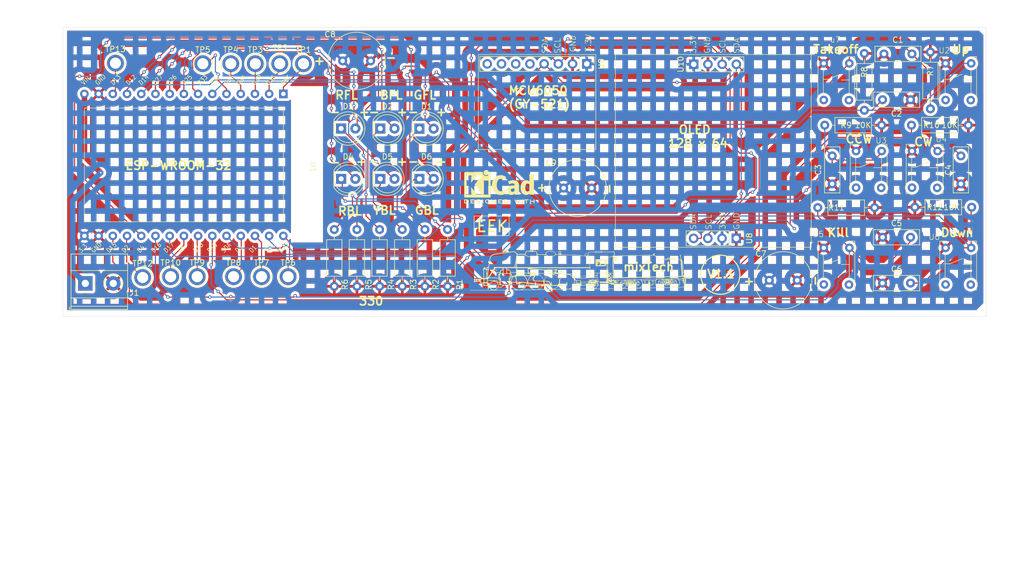
<source format=kicad_pcb>
(kicad_pcb (version 20240108) (generator "pcbnew") (generator_version "8.0")
  (title_block (title "${title}") (date "2024-03-10") (rev "${version}") (company "${compagny}") (comment 1 "${author}"))
  (layers (0 "F.Cu" signal) (31 "B.Cu" signal) (34 "B.Paste" user) (35 "F.Paste" user) (36 "B.SilkS" user "B.Silkscreen") (37 "F.SilkS" user "F.Silkscreen") (38 "B.Mask" user) (39 "F.Mask" user) (44 "Edge.Cuts" user))
  (property "author" "Philippe Mixte")
  (property "compagny" "mixTech")
  (property "title" "PCB EEK for ESP32-WROOM-32")
  (property "version" "V1.1")
  (net 0 "")
  (net 1 "/GFL")
  (net 2 "/BFL")
  (net 3 "/RFL")
  (net 4 "/RBR")
  (net 5 "/YBR")
  (net 6 "/GBL")
  (net 7 "Net-(U1-EN_RESET)")
  (net 8 "Net-(U1-GPIO36_ADC0)")
  (net 9 "Net-(U1-GPIO39_ADC3)")
  (net 10 "Net-(U1-GPIO34_ADC6)")
  (net 11 "Net-(U1-GPIO35_ADC7)")
  (net 12 "Net-(U1-GPIO23_VSPI_MOSI)")
  (net 13 "Net-(U1-GPIO1_TX0)")
  (net 14 "Net-(U1-GPIO3_TX0)")
  (net 15 "Net-(U1-GPIO18_VSPI_SCK)")
  (net 16 "Net-(U1-GPIO5_VSPI_SS)")
  (net 17 "Net-(U1-ADC12_GPIO2)")
  (net 18 "Net-(U1-TOUCH4_GPIO13_ADC14)")
  (net 19 "/CCw")
  (net 20 "/Up")
  (net 21 "/Takeoff")
  (net 22 "/Down")
  (net 23 "/CW")
  (net 24 "/Kill")
  (net 25 "/3.3V")
  (net 42 "Net-(D1-K)")
  (net 43 "Net-(D2-K)")
  (net 44 "Net-(D3-K)")
  (net 45 "Net-(D4-K)")
  (net 46 "Net-(D5-K)")
  (net 47 "Net-(D6-K)")
  (net 48 "GND")
  (net 49 "/SCL")
  (net 50 "/SDA")
  (net 51 "Net-(J1-Pin_1)")
  (footprint "PH_lib:SW_Tactile" (layer "F.Cu") (at 199.3448 93.8004)
    (property "Reference" "U4")
    (property "Value" "~")
  )
  (footprint "Resistor_THT:R_Axial_DIN0207_L6.3mm_D2.5mm_P10.16mm_Horizontal" (layer "F.Cu") (at 111.25 112.92 -90)
    (property "Reference" "R1")
    (property "Value" "330")
  )
  (footprint "TestPoint:TestPoint_Plated_Hole_D2.0mm" (layer "F.Cu") (at 82.75 121.3541)
    (property "Reference" "TP6")
    (property "Value" "TestPoint" (hide yes))
  )
  (footprint "PH_lib:LOGO mixTech" (layer "F.Cu") (at 135 119.75)
    (property "Reference" "G***" (hide yes))
    (property "Value" "LOGO" (hide yes))
  )
  (footprint "Resistor_THT:R_Axial_DIN0207_L6.3mm_D2.5mm_P10.16mm_Horizontal" (layer "F.Cu") (at 204.93 108.925 180)
    (property "Reference" "R12")
    (property "Value" "10K")
  )
  (footprint "TestPoint:TestPoint_Plated_Hole_D2.0mm" (layer "F.Cu") (at 72.5 83.25)
    (property "Reference" "TP4")
    (property "Value" "TestPoint" (hide yes))
  )
  (footprint "Symbol:KiCad-Logo2_5mm_SilkScreen" (layer "F.Cu") (at 120.5 105.25)
    (property "Reference" "REF**" (hide yes))
    (property "Value" "KiCad-Logo2_5mm_SilkScreen" (hide yes))
  )
  (footprint "LED_THT:LED_D5.0mm" (layer "F.Cu") (at 106.225 103.8541)
    (property "Reference" "D6")
    (property "Value" "LED")
  )
  (footprint "TestPoint:TestPoint_Plated_Hole_D2.0mm" (layer "F.Cu") (at 73 121.3541)
    (property "Reference" "TP8")
    (property "Value" "TestPoint" (hide yes))
  )
  (footprint "Capacitor_THT:C_Disc_D8.0mm_W2.5mm_P5.00mm" (layer "F.Cu") (at 194 89.7 180)
    (property "Reference" "C2")
    (property "Value" "0.1uF")
  )
  (footprint "Resistor_THT:R_Axial_DIN0207_L6.3mm_D2.5mm_P10.16mm_Horizontal" (layer "F.Cu") (at 103.15 112.92 -90)
    (property "Reference" "R3")
    (property "Value" "330")
  )
  (footprint "Capacitor_THT:C_Disc_D8.0mm_W2.5mm_P5.00mm" (layer "F.Cu") (at 189 114.3)
    (property "Reference" "C5")
    (property "Value" "0.1uf")
  )
  (footprint "Capacitor_THT:C_Radial_D10.0mm_H12.5mm_P5.00mm" (layer "F.Cu") (at 132 105.5)
    (property "Reference" "C9")
    (property "Value" "C")
  )
  (footprint "Capacitor_THT:C_Radial_D10.0mm_H12.5mm_P5.00mm" (layer "F.Cu") (at 92.5 82.75)
    (property "Reference" "C8")
    (property "Value" "C")
  )
  (footprint "LED_THT:LED_D5.0mm" (layer "F.Cu") (at 99.225 103.8541)
    (property "Reference" "D5")
    (property "Value" "LED" (hide yes))
  )
  (footprint "Resistor_THT:R_Axial_DIN0207_L6.3mm_D2.5mm_P10.16mm_Horizontal" (layer "F.Cu") (at 178.67 94.25)
    (property "Reference" "R9")
    (property "Value" "10K")
  )
  (footprint "TestPoint:TestPoint_Plated_Hole_D2.0mm" (layer "F.Cu") (at 78 121.3541)
    (property "Reference" "TP7")
    (property "Value" "TestPoint" (hide yes))
  )
  (footprint "PH_lib:ESP-WROOM_32" (layer "F.Cu") (at 86.9775 96.2741 -90)
    (property "Reference" "U1")
    (property "Value" "~" (hide yes))
  )
  (footprint "Connector_PinHeader_2.54mm:PinHeader_1x04_P2.54mm_Vertical" (layer "F.Cu") (at 155.25 83.3541 90)
    (property "Reference" "U10")
    (property "Value" "~" (hide yes))
  )
  (footprint "LED_THT:LED_D5.0mm" (layer "F.Cu") (at 99.225 94.8541)
    (property "Reference" "D2")
    (property "Value" "LED")
  )
  (footprint "TestPoint:TestPoint_Plated_Hole_D2.0mm" (layer "F.Cu") (at 51.8825 83.1541)
    (property "Reference" "TP13")
    (property "Value" "TestPoint" (hide yes))
  )
  (footprint "LED_THT:LED_D5.0mm" (layer "F.Cu") (at 106.225 94.875)
    (property "Reference" "D1")
    (property "Value" "LED")
  )
  (footprint "LED_THT:LED_D5.0mm" (layer "F.Cu") (at 92.225 94.85)
    (property "Reference" "D3")
    (property "Value" "LED")
  )
  (footprint "TestPoint:TestPoint_Plated_Hole_D2.0mm" (layer "F.Cu") (at 85.5 83.25)
    (property "Reference" "TP1")
    (property "Value" "TestPoint" (hide yes))
  )
  (footprint "TestPoint:TestPoint_Plated_Hole_D2.0mm" (layer "F.Cu") (at 61.75 121.3541)
    (property "Reference" "TP10")
    (property "Value" "TestPoint" (hide yes))
  )
  (footprint "Capacitor_THT:C_Disc_D8.0mm_W2.5mm_P5.00mm" (layer "F.Cu") (at 203 104.75 90)
    (property "Reference" "C4")
    (property "Value" "0.1uf")
  )
  (footprint "PH_lib:SW_Tactile" (layer "F.Cu") (at 205.3448 78.1127)
    (property "Reference" "U2")
    (property "Value" "~")
  )
  (footprint "Capacitor_THT:C_Disc_D8.0mm_W2.5mm_P5.00mm" (layer "F.Cu") (at 180 104.75 90)
    (property "Reference" "C3")
    (property "Value" "0.1uF")
  )
  (footprint "LED_THT:LED_D5.0mm" (layer "F.Cu") (at 92.225 103.8541)
    (property "Reference" "D4")
    (property "Value" "LED")
  )
  (footprint "Resistor_THT:R_Axial_DIN0207_L6.3mm_D2.5mm_P10.16mm_Horizontal" (layer "F.Cu") (at 197.55 91.33 90)
    (property "Reference" "R7")
    (property "Value" "10K")
  )
  (footprint "Resistor_THT:R_Axial_DIN0207_L6.3mm_D2.5mm_P10.16mm_Horizontal" (layer "F.Cu") (at 185.75 91.58 90)
    (property "Reference" "R8")
    (property "Value" "10K")
  )
  (footprint "TerminalBlock_Phoenix:TerminalBlock_Phoenix_MKDS-1,5-2_1x02_P5.00mm_Horizontal" (layer "F.Cu") (at 46.5 122.555)
    (property "Reference" "J1")
    (property "Value" "Screw_Terminal_01x02" (hide yes))
  )
  (footprint "PH_lib:SW_Tactile" (layer "F.Cu") (at 205.3448 111.1168)
    (property "Reference" "U6")
    (property "Value" "~")
  )
  (footprint "Capacitor_THT:C_Radial_D10.0mm_H12.5mm_P5.00mm" (layer "F.Cu") (at 168.75 122)
    (property "Reference" "C7")
    (property "Value" "C")
  )
  (footprint "PH_lib:SW_Tactile" (layer "F.Cu") (at 189.3448 93.8004)
    (property "Reference" "U3")
    (property "Value" "~")
  )
  (footprint "TestPoint:TestPoint_Plated_Hole_D2.0mm" (layer "F.Cu") (at 81.25 83.25)
    (property "Reference" "TP2")
    (property "Value" "TestPoint" (hide yes))
  )
  (footprint "Connector_PinHeader_2.54mm:PinHeader_1x08_P2.54mm_Vertical" (layer "F.Cu") (at 136.13 83.284118 -90)
    (property "Reference" "U9")
    (property "Value" "~")
  )
  (footprint "TestPoint:TestPoint_Plated_Hole_D2.0mm" (layer "F.Cu") (at 67.5 83.25)
    (property "Reference" "TP5")
    (property "Value" "TestPoint" (hide yes))
  )
  (footprint "Capacitor_THT:C_Disc_D8.0mm_W2.5mm_P5.00mm" (layer "F.Cu") (at 189.25 81.5)
    (property "Reference" "C1")
    (property "Value" "0.1uf")
  )
  (footprint "Resistor_THT:R_Axial_DIN0207_L6.3mm_D2.5mm_P10.16mm_Horizontal" (layer "F.Cu") (at 99.1 112.92 -90)
    (property "Reference" "R4")
    (property "Value" "330")
  )
  (footprint "Resistor_THT:R_Axial_DIN0207_L6.3mm_D2.5mm_P10.16mm_Horizontal" (layer "F.Cu") (at 194.17 94.25)
    (property "Reference" "R10")
    (property "Value" "10K")
  )
  (footprint "Resistor_THT:R_Axial_DIN0207_L6.3mm_D2.5mm_P10.16mm_Horizontal" (layer "F.Cu") (at 107.2 112.92 -90)
    (property "Reference" "R2")
    (property "Value" "330")
  )
  (footprint "TestPoint:TestPoint_Plated_Hole_D2.0mm" (layer "F.Cu") (at 66.5 121.3541)
    (property "Reference" "TP9")
    (property "Value" "TestPoint" (hide yes))
  )
  (footprint "Capacitor_THT:C_Disc_D8.0mm_W2.5mm_P5.00mm" (layer "F.Cu") (at 189 122.5)
    (property "Reference" "C6")
    (property "Value" "0.1uf")
  )
  (footprint "Resistor_THT:R_Axial_DIN0207_L6.3mm_D2.5mm_P10.16mm_Horizontal" (layer "F.Cu") (at 95.05 112.92 -90)
    (property "Reference" "R5")
    (property "Value" "330")
  )
  (footprint "TestPoint:TestPoint_Plated_Hole_D2.0mm" (layer "F.Cu") (at 56.75 121.5)
    (property "Reference" "TP12")
    (property "Value" "TestPoint" (hide yes))
  )
  (footprint "Resistor_THT:R_Axial_DIN0207_L6.3mm_D2.5mm_P10.16mm_Horizontal" (layer "F.Cu") (at 177.42 109)
    (property "Reference" "R11")
    (property "Value" "10K")
  )
  (footprint "PH_lib:SW_Tactile" (layer "F.Cu") (at 183.5698 78.1127)
    (property "Reference" "u7")
    (property "Value" "~")
  )
  (footprint "Resistor_THT:R_Axial_DIN0207_L6.3mm_D2.5mm_P10.16mm_Horizontal" (layer "F.Cu") (at 91 112.92 -90)
    (property "Reference" "R6")
    (property "Value" "330")
  )
  (footprint "PH_lib:SW_Tactile" (layer "F.Cu") (at 183.58 111.1168)
    (property "Reference" "U5")
    (property "Value" "~")
  )
  (footprint "TestPoint:TestPoint_Plated_Hole_D2.0mm" (layer "F.Cu") (at 76.8825 83.25)
    (property "Reference" "TP3")
    (property "Value" "TestPoint" (hide yes))
  )
  (footprint "Connector_PinHeader_2.54mm:PinHeader_1x04_P2.54mm_Vertical" (layer "F.Cu") (at 162.85 114.5 -90)
    (property "Reference" "U8")
    (property "Value" "~")
  )
  (gr_line (start 122.25 110.75) (end 122.25 110.5) (stroke (width 0.1)) (layer "F.SilkS"))
  (gr_rect (start 141.25 81.6041) (end 176.25 116.1041) (stroke (width 0.1)) (fill none) (layer "F.SilkS"))
  (gr_line (start 116 113.75) (end 116 114) (stroke (width 0.1)) (layer "F.SilkS"))
  (gr_rect (start 116.75 81.6041) (end 137.75 98.6041) (stroke (width 0.1)) (fill none) (layer "F.SilkS"))
  (gr_circle (center 160 121) (end 163.5 121) (stroke (width 0.2)) (fill none) (layer "F.SilkS"))
  (gr_line (start 116 110.5) (end 122.25 110.5) (stroke (width 0.1)) (layer "F.SilkS"))
  (gr_line (start 122.25 110.75) (end 122.25 114) (stroke (width 0.1)) (layer "F.SilkS"))
  (gr_line (start 122.25 114) (end 116 114) (stroke (width 0.1)) (layer "F.SilkS"))
  (gr_line (start 116 113.75) (end 116 110.5) (stroke (width 0.1)) (layer "F.SilkS"))
  (gr_rect (start 42.5 76.75) (end 207.5 128.5) (stroke (width 0.05)) (fill none) (layer "Edge.Cuts"))
  (gr_text "SCL" (at 131.5 81.5 90) (layer "F.SilkS") (effects (font (size 1 1) (thickness 0.1)) (justify left bottom)))
  (gr_text "D33" (at 67 87.25 45) (layer "F.SilkS") (effects (font (size 0.8 0.7) (thickness 0.1)) (justify left bottom)))
  (gr_text "-" (at 97 101.6041 0) (layer "F.SilkS") (effects (font (size 1.5 1.5) (thickness 0.3) (bold yes)) (justify left bottom)))
  (gr_text "BFL" (at 99 89.75 0) (layer "F.SilkS") (effects (font (size 1.5 1.5) (thickness 0.3) (bold yes)) (justify left bottom)))
  (gr_text "Down" (at 199.25 114.3541 0) (layer "F.SilkS") (effects (font (size 1.5 1.5) (thickness 0.3) (bold yes)) (justify left bottom)))
  (gr_text "mixTech" (at 142.5 120.5 0) (layer "F.SilkS") (effects (font (size 1.5 1.5) (thickness 0.3) (bold yes)) (justify left bottom)))
  (gr_text "CCW" (at 182.25 97.6 0) (layer "F.SilkS") (effects (font (size 1.5 1.5) (thickness 0.3) (bold yes)) (justify left bottom)))
  (gr_text "SDA" (at 71.25 117.25 45) (layer "F.SilkS") (effects (font (size 0.8 0.7) (thickness 0.1)) (justify left bottom)))
  (gr_text "D34" (at 74 87.25 45) (layer "F.SilkS") (effects (font (size 0.8 0.7) (thickness 0.1)) (justify left bottom)))
  (gr_text "GBL" (at 105.25 110.3541 0) (layer "F.SilkS") (effects (font (size 1.5 1.5) (thickness 0.3) (bold yes)) (justify left bottom)))
  (gr_text "D39" (at 76.75 87.25 45) (layer "F.SilkS") (effects (font (size 0.8 0.7) (thickness 0.1)) (justify left bottom)))
  (gr_text "+" (at 109 101.6041 0) (layer "F.SilkS") (effects (font (size 1.5 1.5) (thickness 0.3) (bold yes)) (justify left bottom)))
  (gr_text "D18" (at 66.25 117.25 45) (layer "F.SilkS") (effects (font (size 0.8 0.7) (thickness 0.1)) (justify left bottom)))
  (gr_text "+" (at 102 92.75 0) (layer "F.SilkS") (effects (font (size 1.5 1.5) (thickness 0.3) (bold yes)) (justify left bottom)))
  (gr_text "GND" (at 163.5 113 90) (layer "F.SilkS") (effects (font (size 1 1) (thickness 0.1)) (justify left bottom)))
  (gr_text "D25" (at 64.25 87.25 45) (layer "F.SilkS") (effects (font (size 0.8 0.7) (thickness 0.1)) (justify left bottom)))
  (gr_text "D12" (at 54.25 87.25 45) (layer "F.SilkS") (effects (font (size 0.8 0.7) (thickness 0.1)) (justify left bottom)))
  (gr_text "D13" (at 51.5 87.25 45) (layer "F.SilkS") (effects (font (size 0.8 0.7) (thickness 0.1)) (justify left bottom)))
  (gr_text "SCL" (at 158.5 113 90) (layer "F.SilkS") (effects (font (size 1 1) (thickness 0.1)) (justify left bottom)))
  (gr_text "D5" (at 63.5 117.25 45) (layer "F.SilkS") (effects (font (size 0.8 0.7) (thickness 0.1)) (justify left bottom)))
  (gr_text "GND" (at 48 117.25 45) (layer "F.SilkS") (effects (font (size 0.8 0.7) (thickness 0.1)) (justify left bottom)))
  (gr_text "D2" (at 53.5 117.25 45) (layer "F.SilkS") (effects (font (size 0.8 0.7) (thickness 0.1)) (justify left bottom)))
  (gr_text "+" (at 166.25 123 0) (layer "F.SilkS") (effects (font (size 1.5 1.5) (thickness 0.3) (bold yes)) (justify left bottom mirror)))
  (gr_text "3.3V" (at 155.75 81.5 90) (layer "F.SilkS") (effects (font (size 1 1) (thickness 0.1)) (justify left bottom)))
  (gr_text "D14" (at 56.5 87.25 45) (layer "F.SilkS") (effects (font (size 0.8 0.7) (thickness 0.1)) (justify left bottom)))
  (gr_text "RBL" (at 91.5 110.5 0) (layer "F.SilkS") (effects (font (size 1.5 1.5) (thickness 0.3) (bold yes)) (justify left bottom)))
  (gr_text "MCU6050\n(GY-521)" (at 122 91.3541 0) (layer "F.SilkS") (effects (font (size 1.5 1.5) (thickness 0.3) (bold yes)) (justify left bottom)))
  (gr_text "3.3" (at 45.75 117.25 45) (layer "F.SilkS") (effects (font (size 0.8 0.7) (thickness 0.1)) (justify left bottom)))
  (gr_text "3.3V" (at 137 81.25 90) (layer "F.SilkS") (effects (font (size 1 1) (thickness 0.1)) (justify left bottom)))
  (gr_text "-" (at 90 101.75 0) (layer "F.SilkS") (effects (font (size 1.5 1.5) (thickness 0.3) (bold yes)) (justify left bottom)))
  (gr_text "+" (at 102 101.6041 0) (layer "F.SilkS") (effects (font (size 1.5 1.5) (thickness 0.3) (bold yes)) (justify left bottom)))
  (gr_text "+" (at 94.75 101.6041 0) (layer "F.SilkS") (effects (font (size 1.5 1.5) (thickness 0.3) (bold yes)) (justify left bottom)))
  (gr_text "D15" (at 50.75 117.25 45) (layer "F.SilkS") (effects (font (size 0.8 0.7) (thickness 0.1)) (justify left bottom)))
  (gr_text "D32" (at 69.25 87.25 45) (layer "F.SilkS") (effects (font (size 0.8 0.7) (thickness 0.1)) (justify left bottom)))
  (gr_text "-" (at 141 104.5 90) (layer "F.SilkS") (effects (font (size 1.5 1.5) (thickness 0.3) (bold yes)) (justify left bottom mirror)))
  (gr_text "${version}" (at 157.5 121.75 0) (layer "F.SilkS") (effects (font (size 1.5 1.5) (thickness 0.3) (bold yes)) (justify left bottom)))
  (gr_text "SDA" (at 129.25 81.5 90) (layer "F.SilkS") (effects (font (size 1 1) (thickness 0.1)) (justify left bottom)))
  (gr_text "GND" (at 134.25 81.25 90) (layer "F.SilkS") (effects (font (size 1 1) (thickness 0.1)) (justify left bottom)))
  (gr_text "+" (at 95.25 92.75 0) (layer "F.SilkS") (effects (font (size 1.5 1.5) (thickness 0.3) (bold yes)) (justify left bottom)))
  (gr_text "D35" (at 71.75 87.25 45) (layer "F.SilkS") (effects (font (size 0.8 0.7) (thickness 0.1)) (justify left bottom)))
  (gr_text "D23" (at 81.5 117.25 45) (layer "F.SilkS") (effects (font (size 0.8 0.7) (thickness 0.1)) (justify left bottom)))
  (gr_text "ESP-WROOM-32" (at 53.5 102.3541 0) (layer "F.SilkS") (effects (font (size 1.5 1.5) (thickness 0.3) (bold yes)) (justify left bottom)))
  (gr_text "\n\n" (at 146.5 121.6041 0) (layer "F.SilkS") (effects (font (size 1.5 1.5) (thickness 0.3) (bold yes)) (justify left bottom)))
  (gr_text "3.3V" (at 161 113 90) (layer "F.SilkS") (effects (font (size 1 1) (thickness 0.1)) (justify left bottom)))
  (gr_text "Up" (at 201.325 81.55 0) (layer "F.SilkS") (effects (font (size 1.5 1.5) (thickness 0.3) (bold yes)) (justify left bottom)))
  (gr_text "-" (at 97 92.75 0) (layer "F.SilkS") (effects (font (size 1.5 1.5) (thickness 0.3) (bold yes)) (justify left bottom)))
  (gr_text "OLED \n128 x 64" (at 156 98.3541 0) (layer "F.SilkS") (effects (font (size 1.5 1.5) (thickness 0.3) (bold yes)) (justify bottom)))
  (gr_text "-" (at 102.25 83 0) (layer "F.SilkS") (effects (font (size 1.5 1.5) (thickness 0.3) (bold yes)) (justify left bottom mirror)))
  (gr_text "SDA" (at 163.5 81.5 90) (layer "F.SilkS") (effects (font (size 1 1) (thickness 0.1)) (justify left bottom)))
  (gr_text "D16" (at 58.75 117.25 45) (layer "F.SilkS") (effects (font (size 0.8 0.7) (thickness 0.1)) (justify left bottom)))
  (gr_text "-" (at 104 92.75 0) (layer "F.SilkS") (effects (font (size 1.5 1.5) (thickness 0.3) (bold yes)) (justify left bottom)))
  (gr_text "GND" (at 158.25 81.5 90) (layer "F.SilkS") (effects (font (size 1 1) (thickness 0.1)) (justify left bottom)))
  (gr_text "D17" (at 61 117.25 45) (layer "F.SilkS") (effects (font (size 0.8 0.7) (thickness 0.1)) (justify left bottom)))
  (gr_text "SDA" (at 155.75 113 90) (layer "F.SilkS") (effects (font (size 1 1) (thickness 0.1)) (justify left bottom)))
  (gr_text "D27" (at 59 87.25 45) (layer "F.SilkS") (effects (font (size 0.8 0.7) (thickness 0.1)) (justify left bottom)))
  (gr_text "VIN" (at 46.25 87.25 45) (layer "F.SilkS") (effects (font (size 0.8 0.7) (thickness 0.1)) (justify left bottom)))
  (gr_text "RST" (at 82 87.25 45) (layer "F.SilkS") (effects (font (size 0.8 0.7) (thickness 0.1)) (justify left bottom)))
  (gr_text "GND" (at 48.75 87.25 45) (layer "F.SilkS") (effects (font (size 0.8 0.7) (thickness 0.1)) (justify left bottom)))
  (gr_text "EEK " (at 116.25 113.5 0) (layer "F.SilkS") (effects (font (size 2 2) (thickness 0.3)) (justify left bottom)))
  (gr_text "D19" (at 68.75 117.25 45) (layer "F.SilkS") (effects (font (size 0.8 0.7) (thickness 0.1)) (justify left bottom)))
  (gr_text "GFL" (at 105 89.75 0) (layer "F.SilkS") (effects (font (size 1.5 1.5) (thickness 0.3) (bold yes)) (justify left bottom)))
  (gr_text "D4" (at 56.25 117.25 45) (layer "F.SilkS") (effects (font (size 0.8 0.7) (thickness 0.1)) (justify left bottom)))
  (gr_text "D3" (at 73.75 117.25 45) (layer "F.SilkS") (effects (font (size 0.8 0.7) (thickness 0.1)) (justify left bottom)))
  (gr_text "D26" (at 61.5 87.25 45) (layer "F.SilkS") (effects (font (size 0.8 0.7) (thickness 0.1)) (justify left bottom)))
  (gr_text "-" (at 90 92.75 0) (layer "F.SilkS") (effects (font (size 1.5 1.5) (thickness 0.3) (bold yes)) (justify left bottom)))
  (gr_text "+" (at 129.25 106.25 0) (layer "F.SilkS") (effects (font (size 1.5 1.5) (thickness 0.3) (bold yes)) (justify left bottom mirror)))
  (gr_text "-" (at 104 101.6041 0) (layer "F.SilkS") (effects (font (size 1.5 1.5) (thickness 0.3) (bold yes)) (justify left bottom)))
  (gr_text "SCL" (at 161 81.5 90) (layer "F.SilkS") (effects (font (size 1 1) (thickness 0.1)) (justify left bottom)))
  (gr_text "330" (at 95.25 126.6041 0) (layer "F.SilkS") (effects (font (size 1.5 1.5) (thickness 0.3) (bold yes)) (justify left bottom)))
  (gr_text "D1" (at 76.25 117.25 45) (layer "F.SilkS") (effects (font (size 0.8 0.7) (thickness 0.1)) (justify left bottom)))
  (gr_text "RFL" (at 91 89.75 0) (layer "F.SilkS") (effects (font (size 1.5 1.5) (thickness 0.3) (bold yes)) (justify left bottom)))
  (gr_text "D36" (at 79.25 87.25 45) (layer "F.SilkS") (effects (font (size 0.8 0.7) (thickness 0.1)) (justify left bottom)))
  (gr_text "+" (at 89.475 83.575 0) (layer "F.SilkS") (effects (font (size 1.5 1.5) (thickness 0.3) (bold yes)) (justify left bottom mirror)))
  (gr_text "SCL" (at 79 117.25 45) (layer "F.SilkS") (effects (font (size 0.8 0.7) (thickness 0.1)) (justify left bottom)))
  (gr_text "YBL" (at 97.75 110.3541 0) (layer "F.SilkS") (effects (font (size 1.5 1.5) (thickness 0.3) (bold yes)) (justify left bottom)))
  (gr_text "CW" (at 194.5 98.1041 0) (layer "F.SilkS") (effects (font (size 1.5 1.5) (thickness 0.3) (bold yes)) (justify left bottom)))
  (gr_text "Kill" (at 179 114.3541 0) (layer "F.SilkS") (effects (font (size 1.5 1.5) (thickness 0.3) (bold yes)) (justify left bottom)))
  (gr_text "+" (at 109 92.75 0) (layer "F.SilkS") (effects (font (size 1.5 1.5) (thickness 0.3) (bold yes)) (justify left bottom)))
  (gr_text "-" (at 177.75 120.950857 90) (layer "F.SilkS") (effects (font (size 1.5 1.5) (thickness 0.3) (bold yes)) (justify left bottom mirror)))
  (gr_text "Takeoff" (at 176.425 81.55 0) (layer "F.SilkS") (effects (font (size 1.5 1.5) (thickness 0.3) (bold yes)) (justify left bottom)))
  (segment (start 103.523529 83.925) (end 103.748529 83.7) (width 0.2) (layer "F.Cu") (net 1))
  (segment (start 103.748529 83.7) (end 106 83.7) (width 0.2) (layer "F.Cu") (net 1))
  (segment (start 89.9 83.375) (end 89.9 84.925) (width 0.2) (layer "F.Cu") (net 1))
  (segment (start 67.554415 80.65) (end 72.75 80.65) (width 0.2) (layer "F.Cu") (net 1))
  (segment (start 106 83.7) (end 107.275 84.975) (width 0.2) (layer "F.Cu") (net 1))
  (segment (start 85.920585 81.125) (end 86.570585 81.775) (width 0.2) (layer "F.Cu") (net 1))
  (segment (start 107.225 92.3) (end 107.225 93.335) (width 0.2) (layer "F.Cu") (net 1))
  (segment (start 72.75 80.65) (end 78.075 80.65) (width 0.2) (layer "F.Cu") (net 1))
  (segment (start 78.075 80.65) (end 78.55 81.125) (width 0.2) (layer "F.Cu") (net 1))
  (segment (start 88.3 81.775) (end 89.9 83.375) (width 0.2) (layer "F.Cu") (net 1))
  (segment (start 78.55 81.125) (end 85.920585 81.125) (width 0.2) (layer "F.Cu") (net 1))
  (segment (start 65.7 82.504415) (end 67.554415 80.65) (width 0.2) (layer "F.Cu") (net 1))
  (segment (start 86.570585 81.775) (end 88.3 81.775) (width 0.2) (layer "F.Cu") (net 1))
  (segment (start 65.7 87.6966) (end 65.7 82.504415) (width 0.2) (layer "F.Cu") (net 1))
  (segment (start 66.6575 88.6541) (end 65.7 87.6966) (width 0.2) (layer "F.Cu") (net 1))
  (segment (start 107.275 84.975) (end 107.275 87.275) (width 0.2) (layer "F.Cu") (net 1))
  (segment (start 107.225 93.335) (end 108.765 94.875) (width 0.2) (layer "F.Cu") (net 1))
  (segment (start 103.5 83.925) (end 103.523529 83.925) (width 0.2) (layer "F.Cu") (net 1))
  (via (at 103.5 83.925) (size 0.6) (drill 0.3) (layers "F.Cu" "B.Cu") (net 1))
  (via (at 107.275 87.275) (size 0.6) (drill 0.3) (layers "F.Cu" "B.Cu") (net 1))
  (via (at 89.9 84.925) (size 0.6) (drill 0.3) (layers "F.Cu" "B.Cu") (net 1))
  (via (at 107.225 92.3) (size 0.6) (drill 0.3) (layers "F.Cu" "B.Cu") (net 1))
  (segment (start 102.075 85.35) (end 103.5 83.925) (width 0.2) (layer "B.Cu") (net 1))
  (segment (start 90.325 85.35) (end 102.075 85.35) (width 0.2) (layer "B.Cu") (net 1))
  (segment (start 107.275 92.25) (end 107.225 92.3) (width 0.2) (layer "B.Cu") (net 1))
  (segment (start 89.9 84.925) (end 90.325 85.35) (width 0.2) (layer "B.Cu") (net 1))
  (segment (start 107.275 87.275) (end 107.275 92.25) (width 0.2) (layer "B.Cu") (net 1))
  (segment (start 99.3959 80.75) (end 99.5 80.75) (width 0.2) (layer "F.Cu") (net 2))
  (segment (start 59.75 84.5) (end 59.0375 85.2125) (width 0.2) (layer "F.Cu") (net 2))
  (segment (start 99.5 83.75) (end 99.5 92.5891) (width 0.2) (layer "F.Cu") (net 2))
  (segment (start 63.3 79.45) (end 98.0959 79.45) (width 0.2) (layer "F.Cu") (net 2))
  (segment (start 99.5 92.5891) (end 101.765 94.8541) (width 0.2) (layer "F.Cu") (net 2))
  (segment (start 98.0959 79.45) (end 99.3959 80.75) (width 0.2) (layer "F.Cu") (net 2))
  (segment (start 59.0375 85.2125) (end 59.0375 88.6541) (width 0.2) (layer "F.Cu") (net 2))
  (segment (start 62 80.75) (end 63.3 79.45) (width 0.2) (layer "F.Cu") (net 2))
  (via (at 62 80.75) (size 0.6) (drill 0.3) (layers "F.Cu" "B.Cu") (net 2))
  (via (at 59.75 84.5) (size 0.6) (drill 0.3) (layers "F.Cu" "B.Cu") (net 2))
  (via (at 99.5 80.75) (size 0.6) (drill 0.3) (layers "F.Cu" "B.Cu") (net 2))
  (via (at 99.5 83.75) (size 0.6) (drill 0.3) (layers "F.Cu" "B.Cu") (net 2))
  (segment (start 59.75 84.5) (end 60.261932 83.988068) (width 0.2) (layer "B.Cu") (net 2))
  (segment (start 60.261932 83.988068) (end 60.261932 82.488068) (width 0.2) (layer "B.Cu") (net 2))
  (segment (start 60.261932 82.488068) (end 62 80.75) (width 0.2) (layer "B.Cu") (net 2))
  (segment (start 99.5 80.75) (end 99.5 83.75) (width 0.2) (layer "B.Cu") (net 2))
  (segment (start 53.9575 88.6541) (end 53.9575 87.830914) (width 0.2) (layer "F.Cu") (net 3))
  (segment (start 99.075 79.05) (end 100.85 80.825) (width 0.2) (layer "F.Cu") (net 3))
  (segment (start 100.85 80.825) (end 100.85 82) (width 0.2) (layer "F.Cu") (net 3))
  (segment (start 59.75 82) (end 62.7 79.05) (width 0.2) (layer "F.Cu") (net 3))
  (segment (start 98.9 89.175) (end 95.1 92.975) (width 0.2) (layer "F.Cu") (net 3))
  (segment (start 100.275 82.575) (end 99.65 82.575) (width 0.2) (layer "F.Cu") (net 3))
  (segment (start 57 84.788414) (end 57 84.75) (width 0.2) (layer "F.Cu") (net 3))
  (segment (start 62.7 79.05) (end 99.075 79.05) (width 0.2) (layer "F.Cu") (net 3))
  (segment (start 98.9 83.325) (end 98.9 89.175) (width 0.2) (layer "F.Cu") (net 3))
  (segment (start 95.1 94.515) (end 94.765 94.85) (width 0.2) (layer "F.Cu") (net 3))
  (segment (start 95.1 92.975) (end 95.1 94.515) (width 0.2) (layer "F.Cu") (net 3))
  (segment (start 100.85 82) (end 100.275 82.575) (width 0.2) (layer "F.Cu") (net 3))
  (segment (start 99.65 82.575) (end 98.9 83.325) (width 0.2) (layer "F.Cu") (net 3))
  (segment (start 53.9575 87.830914) (end 57 84.788414) (width 0.2) (layer "F.Cu") (net 3))
  (via (at 57 84.75) (size 0.6) (drill 0.3) (layers "F.Cu" "B.Cu") (net 3))
  (via (at 59.75 82) (size 0.6) (drill 0.3) (layers "F.Cu" "B.Cu") (net 3))
  (segment (start 57.5 84.25) (end 59.75 82) (width 0.2) (layer "B.Cu") (net 3))
  (segment (start 57 84.75) (end 57.5 84.25) (width 0.2) (layer "B.Cu") (net 3))
  (segment (start 90.5 81.7) (end 90.5 88) (width 0.2) (layer "F.Cu") (net 4))
  (segment (start 63.875 81.375) (end 65.4 79.85) (width 0.2) (layer "F.Cu") (net 4))
  (segment (start 90.5 100.6041) (end 92.04 102.1441) (width 0.2) (layer "F.Cu") (net 4))
  (segment (start 90.5 100.25) (end 90.5 100.6041) (width 0.2) (layer "F.Cu") (net 4))
  (segment (start 88.65 79.85) (end 90.5 81.7) (width 0.2) (layer "F.Cu") (net 4))
  (segment (start 93.055 102.1441) (end 94.765 103.8541) (width 0.2) (layer "F.Cu") (net 4))
  (segment (start 90.5 91.25) (end 90.5 97.5) (width 0.2) (layer "F.Cu") (net 4))
  (segment (start 65.4 79.85) (end 88.65 79.85) (width 0.2) (layer "F.Cu") (net 4))
  (segment (start 92.04 102.1441) (end 93.055 102.1441) (width 0.2) (layer "F.Cu") (net 4))
  (segment (start 61.5775 88.6541) (end 61.5775 83.6725) (width 0.2) (layer "F.Cu") (net 4))
  (segment (start 61.5775 83.6725) (end 62 83.25) (width 0.2) (layer "F.Cu") (net 4))
  (via (at 90.5 100.25) (size 0.6) (drill 0.3) (layers "F.Cu" "B.Cu") (net 4))
  (via (at 63.875 81.375) (size 0.6) (drill 0.3) (layers "F.Cu" "B.Cu") (net 4))
  (via (at 62 83.25) (size 0.6) (drill 0.3) (layers "F.Cu" "B.Cu") (net 4))
  (via (at 90.5 91.25) (size 0.6) (drill 0.3) (layers "F.Cu" "B.Cu") (net 4))
  (via (at 90.5 88) (size 0.6) (drill 0.3) (layers "F.Cu" "B.Cu") (net 4))
  (via (at 90.5 97.5) (size 0.6) (drill 0.3) (layers "F.Cu" "B.Cu") (net 4))
  (segment (start 62 83.25) (end 63.875 81.375) (width 0.2) (layer "B.Cu") (net 4))
  (segment (start 90.5 97.5) (end 90.5 98) (width 0.2) (layer "B.Cu") (net 4))
  (segment (start 90.5 88) (end 90.5 91.25) (width 0.2) (layer "B.Cu") (net 4))
  (segment (start 90.5 98) (end 90.5 100.25) (width 0.2) (layer "B.Cu") (net 4))
  (segment (start 94.5 84.75) (end 94.5 87.25) (width 0.2) (layer "F.Cu") (net 5))
  (segment (start 94.5 90.75) (end 94.5 93) (width 0.2) (layer "F.Cu") (net 5))
  (segment (start 101.6609 103.75) (end 101.765 103.8541) (width 0.2) (layer "F.Cu") (net 5))
  (segment (start 101.5 103.75) (end 101.6609 103.75) (width 0.2) (layer "F.Cu") (net 5))
  (segment (start 88.25 81) (end 86.5 81) (width 0.2) (layer "F.Cu") (net 5))
  (segment (start 65.565686 80.25) (end 78.5 80.25) (width 0.2) (layer "F.Cu") (net 5))
  (segment (start 86.5 81) (end 86 80.5) (width 0.2) (layer "F.Cu") (net 5))
  (segment (start 65.25 80.565686) (end 65.565686 80.25) (width 0.2) (layer "F.Cu") (net 5))
  (segment (start 86 80.5) (end 84.5 80.5) (width 0.2) (layer "F.Cu") (net 5))
  (segment (start 98.5 100.75) (end 101.5 103.75) (width 0.2) (layer "F.Cu") (net 5))
  (segment (start 64.1175 84.6325) (end 64.25 84.5) (width 0.2) (layer "F.Cu") (net 5))
  (segment (start 65.25 81.75) (end 65.25 80.565686) (width 0.2) (layer "F.Cu") (net 5))
  (segment (start 78.75 80.5) (end 79 80.5) (width 0.2) (layer "F.Cu") (net 5))
  (segment (start 64.1175 88.6541) (end 64.1175 84.6325) (width 0.2) (layer "F.Cu") (net 5))
  (segment (start 78.5 80.25) (end 78.75 80.5) (width 0.2) (layer "F.Cu") (net 5))
  (via (at 64.25 84.5) (size 0.6) (drill 0.3) (layers "F.Cu" "B.Cu") (net 5))
  (via (at 94.5 90.75) (size 0.6) (drill 0.3) (layers "F.Cu" "B.Cu") (net 5))
  (via (at 79 80.5) (size 0.6) (drill 0.3) (layers "F.Cu" "B.Cu") (net 5))
  (via (at 88.25 81) (size 0.6) (drill 0.3) (layers "F.Cu" "B.Cu") (net 5))
  (via (at 65.25 81.75) (size 0.6) (drill 0.3) (layers "F.Cu" "B.Cu") (net 5))
  (via (at 94.5 87.25) (size 0.6) (drill 0.3) (layers "F.Cu" "B.Cu") (net 5))
  (via (at 94.5 84.75) (size 0.6) (drill 0.3) (layers "F.Cu" "B.Cu") (net 5))
  (via (at 84.5 80.5) (size 0.6) (drill 0.3) (layers "F.Cu" "B.Cu") (net 5))
  (via (at 98.5 100.75) (size 0.6) (drill 0.3) (layers "F.Cu" "B.Cu") (net 5))
  (via (at 94.5 93) (size 0.6) (drill 0.3) (layers "F.Cu" "B.Cu") (net 5))
  (segment (start 79.5 80.5) (end 84.5 80.5) (width 0.2) (layer "B.Cu") (net 5))
  (segment (start 64.25 84.5) (end 64.25 82.75) (width 0.2) (layer "B.Cu") (net 5))
  (segment (start 88.348529 81) (end 92.098529 84.75) (width 0.2) (layer "B.Cu") (net 5))
  (segment (start 98.5 100.75) (end 93.565 95.815) (width 0.2) (layer "B.Cu") (net 5))
  (segment (start 93.565 93.935) (end 94.5 93) (width 0.2) (layer "B.Cu") (net 5))
  (segment (start 93.565 95.815) (end 93.565 93.935) (width 0.2) (layer "B.Cu") (net 5))
  (segment (start 94.5 87.25) (end 94.5 90.75) (width 0.2) (layer "B.Cu") (net 5))
  (segment (start 64.25 82.75) (end 65.25 81.75) (width 0.2) (layer "B.Cu") (net 5))
  (segment (start 88.25 81) (end 88.348529 81) (width 0.2) (layer "B.Cu") (net 5))
  (segment (start 79 80.5) (end 79.5 80.5) (width 0.2) (layer "B.Cu") (net 5))
  (segment (start 92.098529 84.75) (end 94.5 84.75) (width 0.2) (layer "B.Cu") (net 5))
  (segment (start 104.5 85.75) (end 104.5 99.5891) (width 0.2) (layer "F.Cu") (net 6))
  (segment (start 44.5825 85.8325) (end 44.915 85.5) (width 0.2) (layer "F.Cu") (net 6))
  (segment (start 104.75 80.75) (end 102.65 78.65) (width 0.2) (layer "F.Cu") (net 6))
  (segment (start 104 85.25) (end 104.5 85.75) (width 0.2) (layer "F.Cu") (net 6))
  (segment (start 44.915 85.5) (end 45.5 85.5) (width 0.2) (layer "F.Cu") (net 6))
  (segment (start 44.5825 102.1391) (end 44.5825 85.8325) (width 0.2) (layer "F.Cu") (net 6))
  (segment (start 56.4975 114.0541) (end 44.5825 102.1391) (width 0.2) (layer "F.Cu") (net 6))
  (segment (start 104.5 99.5891) (end 108.765 103.8541) (width 0.2) (layer "F.Cu") (net 6))
  (segment (start 102.65 78.65) (end 51.1 78.65) (width 0.2) (layer "F.Cu") (net 6))
  (segment (start 51.1 78.65) (end 50.25 79.5) (width 0.2) (layer "F.Cu") (net 6))
  (via (at 104.75 80.75) (size 0.6) (drill 0.3) (layers "F.Cu" "B.Cu") (net 6))
  (via (at 50.25 79.5) (size 0.6) (drill 0.3) (layers "F.Cu" "B.Cu") (net 6))
  (via (at 45.5 85.5) (size 0.6) (drill 0.3) (layers "F.Cu" "B.Cu") (net 6))
  (via (at 104 85.25) (size 0.6) (drill 0.3) (layers "F.Cu" "B.Cu") (net 6))
  (segment (start 50.25 79.5) (end 49.25 80.5) (width 0.2) (layer "B.Cu") (net 6))
  (segment (start 104.75 80.75) (end 104.75 84.5) (width 0.2) (layer "B.Cu") (net 6))
  (segment (start 49.25 80.5) (end 49.25 84.5) (width 0.2) (layer "B.Cu") (net 6))
  (segment (start 104.75 84.5) (end 104 85.25) (width 0.2) (layer "B.Cu") (net 6))
  (segment (start 48.25 85.5) (end 45.5 85.5) (width 0.2) (layer "B.Cu") (net 6))
  (segment (start 49.25 84.5) (end 48.25 85.5) (width 0.2) (layer "B.Cu") (net 6))
  (segment (start 85.5 83.3541) (end 85.5 83.8541) (width 0.2) (layer "F.Cu") (net 7))
  (segment (start 85.5 83.8541) (end 81.8975 87.4566) (width 0.2) (layer "F.Cu") (net 7))
  (segment (start 81.8975 87.4566) (end 81.8975 88.6541) (width 0.2) (layer "F.Cu") (net 7))
  (segment (start 81 82.75) (end 81.25 82.5) (width 0.2) (layer "F.Cu") (net 8))
  (segment (start 81 84.8541) (end 79.3575 86.4966) (width 0.2) (layer "F.Cu") (net 8))
  (segment (start 81 84.8541) (end 81 82.75) (width 0.2) (layer "F.Cu") (net 8))
  (segment (start 79.3575 86.4966) (end 79.3575 88.6541) (width 0.2) (layer "F.Cu") (net 8))
  (segment (start 76.8825 83.8541) (end 76.8825 88.5891) (width 0.2) (layer "F.Cu") (net 9))
  (segment (start 76.8825 88.5891) (end 76.8175 88.6541) (width 0.2) (layer "F.Cu") (net 9))
  (segment (start 74.2775 87.1316) (end 74.2775 88.6541) (width 0.2) (layer "F.Cu") (net 10))
  (segment (start 72.5 85) (end 72.5 83) (width 0.2) (layer "F.Cu") (net 10))
  (segment (start 72.5 85.3541) (end 74.2775 87.1316) (width 0.2) (layer "F.Cu") (net 10))
  (segment (start 72.5 85) (end 72.5 85.3541) (width 0.2) (layer "F.Cu") (net 10))
  (segment (start 70.25 85.15) (end 70.25 86.2625) (width 0.2) (layer "F.Cu") (net 11))
  (segment (start 69.75 81.75) (end 68.25 83.25) (width 0.2) (layer "F.Cu") (net 11))
  (segment (start 71.7375 87.75) (end 71.7375 88.6541) (width 0.2) (layer "F.Cu") (net 11))
  (segment (start 68.25 83.25) (end 67.5 83.25) (width 0.2) (layer "F.Cu") (net 11))
  (segment (start 70.25 86.2625) (end 71.7375 87.75) (width 0.2) (layer "F.Cu") (net 11))
  (segment (start 67.5 82.25) (end 67.5 83.3541) (width 0.2) (layer "F.Cu") (net 11))
  (via (at 70.25 85.15) (size 0.6) (drill 0.3) (layers "F.Cu" "B.Cu") (net 11))
  (via (at 69.75 81.75) (size 0.6) (drill 0.3) (layers "F.Cu" "B.Cu") (net 11))
  (segment (start 69.75 84.65) (end 70.25 85.15) (width 0.2) (layer "B.Cu") (net 11))
  (segment (start 69.75 81.75) (end 69.75 84.65) (width 0.2) (layer "B.Cu") (net 11))
  (segment (start 83 115.1566) (end 81.8975 114.0541) (width 0.2) (layer "F.Cu") (net 12))
  (segment (start 83 118.7366) (end 83 115.1566) (width 0.2) (layer "F.Cu") (net 12))
  (segment (start 83 118.7366) (end 82.75 118.9866) (width 0.2) (layer "F.Cu") (net 12))
  (segment (start 82.75 118.9866) (end 82.75 121.3541) (width 0.2) (layer "F.Cu") (net 12))
  (segment (start 78 115.2366) (end 76.8175 114.0541) (width 0.2) (layer "F.Cu") (net 13))
  (segment (start 78 121.3541) (end 78 115.2366) (width 0.2) (layer "F.Cu") (net 13))
  (segment (start 74.3825 119.9716) (end 73 121.3541) (width 0.2) (layer "F.Cu") (net 14))
  (segment (start 74.3825 114.1591) (end 74.3825 119.9716) (width 0.2) (layer "F.Cu") (net 14))
  (segment (start 74.2775 114.0541) (end 74.3825 114.1591) (width 0.2) (layer "F.Cu") (net 14))
  (segment (start 66.5 114.2116) (end 66.6575 114.0541) (width 0.2) (layer "F.Cu") (net 15))
  (segment (start 66.5 119.8541) (end 66.5 114.2116) (width 0.2) (layer "F.Cu") (net 15))
  (segment (start 61.75 118.1041) (end 64.1175 115.7366) (width 0.2) (layer "F.Cu") (net 16))
  (segment (start 61.75 120.8541) (end 61.75 118.1041) (width 0.2) (layer "F.Cu") (net 16))
  (segment (start 64.1175 115.7366) (end 64.1175 114.0541) (width 0.2) (layer "F.Cu") (net 16))
  (segment (start 53.9575 114.0541) (end 53.8825 114.1291) (width 0.2) (layer "F.Cu") (net 17))
  (segment (start 53.8825 118.6325) (end 56.75 121.5) (width 0.2) (layer "F.Cu") (net 17))
  (segment (start 53.8825 114.1291) (end 53.8825 118.6325) (width 0.2) (layer "F.Cu") (net 17))
  (segment (start 51.8825 83.1541) (end 51.8825 88.1891) (width 0.2) (layer "F.Cu") (net 18))
  (segment (start 51.8825 88.1891) (end 51.4175 88.6541) (width 0.2) (layer "F.Cu") (net 18))
  (segment (start 118.5 110) (end 115.75 112.75) (width 0.2) (layer "F.Cu") (net 19))
  (segment (start 115.75 116.25) (end 122.25 122.75) (width 0.2) (layer "F.Cu") (net 19))
  (segment (start 84 124.75) (end 83.75 125) (width 0.2) (layer "F.Cu") (net 19))
  (segment (start 153.75 108.5) (end 152.25 110) (width 0.2) (layer "F.Cu") (net 19))
  (segment (start 152.25 110) (end 118.5 110) (width 0.2) (layer "F.Cu") (net 19))
  (segment (start 187.5 100.5) (end 188.8368 99.1632) (width 0.2) (layer "F.Cu") (net 19))
  (segment (start 61.25 125) (end 68.75 125) (width 0.2) (layer "F.Cu") (net 19))
  (segment (start 115.75 112.75) (end 115.75 116.25) (width 0.2) (layer "F.Cu") (net 19))
  (segment (start 180 101.25) (end 180 99.75) (width 0.2) (layer "F.Cu") (net 19))
  (segment (start 188.8368 99.1632) (end 188.8368 98.8804) (width 0.2) (layer "F.Cu") (net 19))
  (segment (start 180 99.75) (end 180.75 100.5) (width 0.2) (layer "F.Cu") (net 19))
  (segment (start 180.75 100.5) (end 187.5 100.5) (width 0.2) (layer "F.Cu") (net 19))
  (segment (start 175.375 105.875) (end 180 101.25) (width 0.2) (layer "F.Cu") (net 19))
  (segment (start 122.25 122.75) (end 122.25 124.25) (width 0.2) (layer "F.Cu") (net 19))
  (segment (start 72.6 125) (end 72.5 124.9) (width 0.2) (layer "F.Cu") (net 19))
  (segment (start 83.75 125) (end 72.6 125) (width 0.2) (layer "F.Cu") (net 19))
  (via (at 72.5 124.9) (size 0.6) (drill 0.3) (layers "F.Cu" "B.Cu") (net 19))
  (via (at 61.25 125) (size 0.6) (drill 0.3) (layers "F.Cu" "B.Cu") (net 19))
  (via (at 122.25 124.25) (size 0.6) (drill 0.3) (layers "F.Cu" "B.Cu") (net 19))
  (via (at 175.375 105.875) (size 0.6) (drill 0.3) (layers "F.Cu" "B.Cu") (net 19))
  (via (at 68.75 125) (size 0.6) (drill 0.3) (layers "F.Cu" "B.Cu") (net 19))
  (via (at 153.75 108.5) (size 0.6) (drill 0.3) (layers "F.Cu" "B.Cu") (net 19))
  (via (at 84 124.75) (size 0.6) (drill 0.3) (layers "F.Cu" "B.Cu") (net 19))
  (segment (start 178.67 94.25) (end 178.67 98.42) (width 0.2) (layer "B.Cu") (net 19))
  (segment (start 59.0375 122.7875) (end 59.0375 114.0541) (width 0.2) (layer "B.Cu") (net 19))
  (segment (start 61.25 125) (end 59.0375 122.7875) (width 0.2) (layer "B.Cu") (net 19))
  (segment (start 121.5 125) (end 122.25 124.25) (width 0.2) (layer "B.Cu") (net 19))
  (segment (start 84 124.75) (end 84.25 125) (width 0.2) (layer "B.Cu") (net 19))
  (segment (start 173.75 107.5) (end 154.75 107.5) (width 0.2) (layer "B.Cu") (net 19))
  (segment (start 72.5 124.9) (end 72.4 125) (width 0.2) (layer "B.Cu") (net 19))
  (segment (start 72.4 125) (end 68.75 125) (width 0.2) (layer "B.Cu") (net 19))
  (segment (start 154.75 107.5) (end 153.75 108.5) (width 0.2) (layer "B.Cu") (net 19))
  (segment (start 84.25 125) (end 121.5 125) (width 0.2) (layer "B.Cu") (net 19))
  (segment (start 178.67 98.42) (end 180 99.75) (width 0.2) (layer "B.Cu") (net 19))
  (segment (start 175.375 105.875) (end 173.75 107.5) (width 0.2) (layer "B.Cu") (net 19))
  (segment (start 187.12 91.58) (end 189 89.7) (width 0.2) (layer "F.Cu") (net 20))
  (segment (start 185.75 91.58) (end 187.12 91.58) (width 0.2) (layer "F.Cu") (net 20))
  (segment (start 189 89.1248) (end 189 89.7) (width 0.2) (layer "F.Cu") (net 20))
  (segment (start 173.9107 94.1041) (end 176.4348 91.58) (width 0.2) (layer "B.Cu") (net 20))
  (segment (start 71.3016 86.55) (end 108.015685 86.55) (width 0.2) (layer "B.Cu") (net 20))
  (segment (start 108.065685 86.5) (end 117.883158 86.5) (width 0.2) (layer "B.Cu") (net 20))
  (segment (start 125.487258 94.1041) (end 173.9107 94.1041) (width 0.2) (layer "B.Cu") (net 20))
  (segment (start 195.17 91.58) (end 203.5573 83.1927) (width 0.2) (layer "B.Cu") (net 20))
  (segment (start 117.883158 86.5) (end 125.487258 94.1041) (width 0.2) (layer "B.Cu") (net 20))
  (segment (start 69.1975 88.6541) (end 71.3016 86.55) (width 0.2) (layer "B.Cu") (net 20))
  (segment (start 108.015685 86.55) (end 108.065685 86.5) (width 0.2) (layer "B.Cu") (net 20))
  (segment (start 203.5573 83.1927) (end 204.8368 83.1927) (width 0.2) (layer "B.Cu") (net 20))
  (segment (start 185.75 91.58) (end 195.17 91.58) (width 0.2) (layer "B.Cu") (net 20))
  (segment (start 176.4348 91.58) (end 185.75 91.58) (width 0.2) (layer "B.Cu") (net 20))
  (segment (start 51.4175 118.713085) (end 54.375 121.670584) (width 0.2) (layer "F.Cu") (net 21))
  (segment (start 183.0618 82.11507) (end 185.15687 80.02) (width 0.2) (layer "F.Cu") (net 21))
  (segment (start 183.0618 83.1927) (end 183.0618 82.11507) (width 0.2) (layer "F.Cu") (net 21))
  (segment (start 185.15687 80.02) (end 192.77 80.02) (width 0.2) (layer "F.Cu") (net 21))
  (segment (start 51.4175 114.0541) (end 51.4175 118.713085) (width 0.2) (layer "F.Cu") (net 21))
  (segment (start 197.55 84.8) (end 197.55 91.33) (width 0.2) (layer "F.Cu") (net 21))
  (segment (start 192.77 80.02) (end 194.25 81.5) (width 0.2) (layer "F.Cu") (net 21))
  (segment (start 166.9375 115.8125) (end 166.9375 99.317) (width 0.2) (layer "F.Cu") (net 21))
  (segment (start 54.375 124.625) (end 56 126.25) (width 0.2) (layer "F.Cu") (net 21))
  (segment (start 194.25 81.5) (end 197.55 84.8) (width 0.2) (layer "F.Cu") (net 21))
  (segment (start 166.9375 99.317) (end 183.0618 83.1927) (width 0.2) (layer "F.Cu") (net 21))
  (segment (start 56 126.25) (end 156.5 126.25) (width 0.2) (layer "F.Cu") (net 21))
  (segment (start 197.5 91.33) (end 197.5 90.5336) (width 0.2) (layer "F.Cu") (net 21))
  (segment (start 54.375 121.670584) (end 54.375 124.625) (width 0.2) (layer "F.Cu") (net 21))
  (segment (start 156.5 126.25) (end 166.9375 115.8125) (width 0.2) (layer "F.Cu") (net 21))
  (segment (start 111.44795 86.94795) (end 111.44795 91.30205) (width 0.2) (layer "F.Cu") (net 22))
  (segment (start 204.8368 109.0182) (end 204.93 108.925) (width 0.2) (layer "F.Cu") (net 22))
  (segment (start 109.25 84.75) (end 111.44795 86.94795) (width 0.2) (layer "F.Cu") (net 22))
  (segment (start 196.25 122.5) (end 194.25 122.5) (width 0.2) (layer "F.Cu") (net 22))
  (segment (start 202.5532 116.1968) (end 196.25 122.5) (width 0.2) (layer "F.Cu") (net 22))
  (segment (start 204.8368 116.1968) (end 204.8368 109.0182) (width 0.2) (layer "F.Cu") (net 22))
  (segment (start 204.8368 116.1968) (end 202.5532 116.1968) (width 0.2) (layer "F.Cu") (net 22))
  (via (at 109.25 84.75) (size 0.6) (drill 0.3) (layers "F.Cu" "B.Cu") (net 22))
  (via (at 111.44795 91.30205) (size 0.6) (drill 0.3) (layers "F.Cu" "B.Cu") (net 22))
  (segment (start 56.4975 88.6541) (end 58.1516 87) (width 0.2) (layer "B.Cu") (net 22))
  (segment (start 111.44795 91.30205) (end 130.6459 110.5) (width 0.2) (layer "B.Cu") (net 22))
  (segment (start 130.6459 110.5) (end 199.14 110.5) (width 0.2) (layer "B.Cu") (net 22))
  (segment (start 107.85 86.15) (end 109.25 84.75) (width 0.2) (layer "B.Cu") (net 22))
  (segment (start 68.75 87) (end 69.6 86.15) (width 0.2) (layer "B.Cu") (net 22))
  (segment (start 199.14 110.5) (end 204.8368 116.1968) (width 0.2) (layer "B.Cu") (net 22))
  (segment (start 69.6 86.15) (end 107.85 86.15) (width 0.2) (layer "B.Cu") (net 22))
  (segment (start 58.1516 87) (end 68.75 87) (width 0.2) (layer "B.Cu") (net 22))
  (segment (start 111.25 91.1041) (end 111.44795 91.30205) (width 0.2) (layer "B.Cu") (net 22))
  (segment (start 172.5 112) (end 172.5 103.5) (width 0.2) (layer "F.Cu") (net 23))
  (segment (start 113.5 119.25) (end 114.75 118) (width 0.2) (layer "F.Cu") (net 23))
  (segment (start 112.518314 125.5) (end 113.5 124.518314) (width 0.2) (layer "F.Cu") (net 23))
  (segment (start 194.17 95.92) (end 194.5 96.25) (width 0.2) (layer "F.Cu") (net 23))
  (segment (start 202.1304 98.8804) (end 203 99.75) (width 0.2) (layer "F.Cu") (net 23))
  (segment (start 196.4564 96.5) (end 198.8368 98.8804) (width 0.2) (layer "F.Cu") (net 23))
  (segment (start 173.25 112.75) (end 172.5 112) (width 0.2) (layer "F.Cu") (net 23))
  (segment (start 69.1975 114.0541) (end 69.1975 119.0525) (width 0.2) (layer "F.Cu") (net 23))
  (segment (start 179.55 96.45) (end 194.3 96.45) (width 0.2) (layer "F.Cu") (net 23))
  (segment (start 69.1975 119.0525) (end 69 119.25) (width 0.2) (layer "F.Cu") (net 23))
  (segment (start 194.5 96.25) (end 195.75 96.25) (width 0.2) (layer "F.Cu") (net 23))
  (segment (start 70.25 124) (end 71.75 125.5) (width 0.2) (layer "F.Cu") (net 23))
  (segment (start 71.75 125.5) (end 112.518314 125.5) (width 0.2) (layer "F.Cu") (net 23))
  (segment (start 172.5 103.5) (end 179.55 96.45) (width 0.2) (layer "F.Cu") (net 23))
  (segment (start 113.5 124.518314) (end 113.5 119.25) (width 0.2) (layer "F.Cu") (net 23))
  (segment (start 196 96.5) (end 196.4564 96.5) (width 0.2) (layer "F.Cu") (net 23))
  (segment (start 194.17 94.25) (end 194.17 95.92) (width 0.2) (layer "F.Cu") (net 23))
  (segment (start 194.3 96.45) (end 194.5 96.25) (width 0.2) (layer "F.Cu") (net 23))
  (segment (start 195.75 96.25) (end 196 96.5) (width 0.2) (layer "F.Cu") (net 23))
  (segment (start 198.8368 98.8804) (end 202.1304 98.8804) (width 0.2) (layer "F.Cu") (net 23))
  (via (at 70.25 124) (size 0.6) (drill 0.3) (layers "F.Cu" "B.Cu") (net 23))
  (via (at 114.75 118) (size 0.6) (drill 0.3) (layers "F.Cu" "B.Cu") (net 23))
  (via (at 69 119.25) (size 0.6) (drill 0.3) (layers "F.Cu" "B.Cu") (net 23))
  (via (at 173.25 112.75) (size 0.6) (drill 0.3) (layers "F.Cu" "B.Cu") (net 23))
  (segment (start 171.75 111.25) (end 173.25 112.75) (width 0.2) (layer "B.Cu") (net 23))
  (segment (start 114.75 118) (end 115.7459 117.0041) (width 0.2) (layer "B.Cu") (net 23))
  (segment (start 115.7459 117.0041) (end 120.7459 117.0041) (width 0.2) (layer "B.Cu") (net 23))
  (segment (start 120.7459 117.0041) (end 126.5 111.25) (width 0.2) (layer "B.Cu") (net 23))
  (segment (start 126.5 111.25) (end 171.75 111.25) (width 0.2) (layer "B.Cu") (net 23))
  (segment (start 69 122.75) (end 70.25 124) (width 0.2) (layer "B.Cu") (net 23))
  (segment (start 69 119.25) (end 69 122.75) (width 0.2) (layer "B.Cu") (net 23))
  (segment (start 183.072 116.1968) (end 186.3752 119.5) (width 0.2) (layer "F.Cu") (net 24))
  (segment (start 177.42 110.5448) (end 183.072 116.1968) (width 0.2) (layer "F.Cu") (net 24))
  (segment (start 186.3752 119.5) (end 189.55 119.5) (width 0.2) (layer "F.Cu") (net 24))
  (segment (start 177.42 109) (end 177.42 110.5448) (width 0.2) (layer "F.Cu") (net 24))
  (segment (start 189.55 119.5) (end 194.75 114.3) (width 0.2) (layer "F.Cu") (net 24))
  (segment (start 131.25 125.5) (end 178.75 125.5) (width 0.2) (layer "B.Cu") (net 24))
  (segment (start 117.75 122.75) (end 128.5 122.75) (width 0.2) (layer "B.Cu") (net 24))
  (segment (start 112.75 117.75) (end 117.75 122.75) (width 0.2) (layer "B.Cu") (net 24))
  (segment (start 61.5775 116.6816) (end 62.6459 117.75) (width 0.2) (layer "B.Cu") (net 24))
  (segment (start 181 122.25) (end 181 123.25) (width 0.2) (layer "B.Cu") (net 24))
  (segment (start 128.5 122.75) (end 131.25 125.5) (width 0.2) (layer "B.Cu") (net 24))
  (segment (start 183.072 120.178) (end 181 122.25) (width 0.2) (layer "B.Cu") (net 24))
  (segment (start 62.6459 117.75) (end 112.75 117.75) (width 0.2) (layer "B.Cu") (net 24))
  (segment (start 178.75 125.5) (end 178.875 125.375) (width 0.2) (layer "B.Cu") (net 24))
  (segment (start 61.5775 114.0541) (end 61.5775 116.6816) (width 0.2) (layer "B.Cu") (net 24))
  (segment (start 181 123.25) (end 178.875 125.375) (width 0.2) (layer "B.Cu") (net 24))
  (segment (start 183.072 116.1968) (end 183.072 120.178) (width 0.2) (layer "B.Cu") (net 24))
  (segment (start 46.2 114.0541) (end 46.3375 114.0541) (width 0.5) (layer "F.Cu") (net 25))
  (segment (start 94.25 106.85) (end 94.25 109.67) (width 0.2) (layer "F.Cu") (net 42))
  (segment (start 94.25 109.67) (end 91 112.92) (width 0.2) (layer "F.Cu") (net 42))
  (via (at 94.25 106.85) (size 0.6) (drill 0.3) (layers "F.Cu" "B.Cu") (net 42))
  (segment (start 106.225 94.875) (end 103.85 97.25) (width 0.2) (layer "B.Cu") (net 42))
  (segment (start 103.625 107.025) (end 103.1959 107.4541) (width 0.2) (layer "B.Cu") (net 42))
  (segment (start 103.8 107.025) (end 103.625 107.025) (width 0.2) (layer "B.Cu") (net 42))
  (segment (start 94.8541 107.4541) (end 94.25 106.85) (width 0.2) (layer "B.Cu") (net 42))
  (segment (start 103.85 97.375) (end 103.85 106.975) (width 0.2) (layer "B.Cu") (net 42))
  (segment (start 103.85 106.975) (end 103.8 107.025) (width 0.2) (layer "B.Cu") (net 42))
  (segment (start 102.675 107.4541) (end 94.8541 107.4541) (width 0.2) (layer "B.Cu") (net 42))
  (segment (start 103.85 97.25) (end 103.85 97.375) (width 0.2) (layer "B.Cu") (net 42))
  (segment (start 103.1959 107.4541) (end 102.675 107.4541) (width 0.2) (layer "B.Cu") (net 42))
  (segment (start 95.05 107.3041) (end 95.05 112.92) (width 0.2) (layer "F.Cu") (net 43))
  (segment (start 97 105.3541) (end 97 97.0791) (width 0.2) (layer "F.Cu") (net 43))
  (segment (start 97 97.0791) (end 99.225 94.8541) (width 0.2) (layer "F.Cu") (net 43))
  (segment (start 97 105.3541) (end 95.05 107.3041) (width 0.2) (layer "F.Cu") (net 43))
  (segment (start 96.675 106.65) (end 96.675 110.495) (width 0.2) (layer "F.Cu") (net 44))
  (segment (start 96.225 98.85) (end 96.225 99.65) (width 0.2) (layer "F.Cu") (net 44))
  (segment (start 96.675 110.495) (end 99.1 112.92) (width 0.2) (layer "F.Cu") (net 44))
  (segment (start 92.225 94.85) (end 96.225 98.85) (width 0.2) (layer "F.Cu") (net 44))
  (via (at 96.675 106.65) (size 0.6) (drill 0.3) (layers "F.Cu" "B.Cu") (net 44))
  (via (at 96.225 99.65) (size 0.6) (drill 0.3) (layers "F.Cu" "B.Cu") (net 44))
  (segment (start 96.225 99.65) (end 96.225 99.925) (width 0.2) (layer "B.Cu") (net 44))
  (segment (start 96.675 100.375) (end 96.675 106.65) (width 0.2) (layer "B.Cu") (net 44))
  (segment (start 96.225 99.925) (end 96.675 100.375) (width 0.2) (layer "B.Cu") (net 44))
  (segment (start 93 107.8541) (end 92.44 107.2941) (width 0.2) (layer "F.Cu") (net 45))
  (segment (start 109.75 112.1541) (end 110.4841 112.1541) (width 0.2) (layer "F.Cu") (net 45))
  (segment (start 92.44 107.2941) (end 92.44 103.8541) (width 0.2) (layer "F.Cu") (net 45))
  (segment (start 110.4841 112.1541) (end 111.25 112.92) (width 0.2) (layer "F.Cu") (net 45))
  (segment (start 109.04795 111.45205) (end 109.75 112.1541) (width 0.2) (layer "F.Cu") (net 45))
  (via (at 93 107.8541) (size 0.6) (drill 0.3) (layers "F.Cu" "B.Cu") (net 45))
  (via (at 109.04795 111.45205) (size 0.6) (drill 0.3) (layers "F.Cu" "B.Cu") (net 45))
  (segment (start 105.45 107.8541) (end 93 107.8541) (width 0.2) (layer "B.Cu") (net 45))
  (segment (start 109.04795 111.45205) (end 105.45 107.8541) (width 0.2) (layer "B.Cu") (net 45))
  (segment (start 98 108.1041) (end 98 106.25) (width 0.2) (layer "F.Cu") (net 46))
  (segment (start 99.225 105.025) (end 99.225 103.8541) (width 0.2) (layer "F.Cu") (net 46))
  (segment (start 103.3841 109.1041) (end 107.2 112.92) (width 0.2) (layer "F.Cu") (net 46))
  (segment (start 98 106.25) (end 99.225 105.025) (width 0.2) (layer "F.Cu") (net 46))
  (segment (start 98.75 108.8541) (end 98 108.1041) (width 0.2) (layer "F.Cu") (net 46))
  (segment (start 103.25 109.1041) (end 103.3841 109.1041) (width 0.2) (layer "F.Cu") (net 46))
  (via (at 98.75 108.8541) (size 0.6) (drill 0.3) (layers "F.Cu" "B.Cu") (net 46))
  (via (at 103.25 109.1041) (size 0.6) (drill 0.3) (layers "F.Cu" "B.Cu") (net 46))
  (segment (start 98.75 108.8541) (end 103 108.8541) (width 0.2) (layer "B.Cu") (net 46))
  (segment (start 103 108.8541) (end 103.25 109.1041) (width 0.2) (layer "B.Cu") (net 46))
  (segment (start 106.225 103.8541) (end 105.3959 103.8541) (width 0.2) (layer "F.Cu") (net 47))
  (segment (start 102.25 112.02) (end 103.15 112.92) (width 0.2) (layer "F.Cu") (net 47))
  (segment (start 105.3959 103.8541) (end 102.25 107) (width 0.2) (layer "F.Cu") (net 47))
  (segment (start 102.25 107) (end 102.25 112.02) (width 0.2) (layer "F.Cu") (net 47))
  (segment (start 48.5995 114.0541) (end 48.5995 114.1041) (width 1) (layer "F.Cu") (net 48))
  (segment (start 48.8775 114.0541) (end 48.5995 114.0541) (width 1) (layer "F.Cu") (net 48))
  (segment (start 48.5995 114.1041) (end 48.8775 113.8261) (width 1) (layer "F.Cu") (net 48))
  (segment (start 115.5 96.531817) (end 112.5 99.531817) (width 0.2) (layer "F.Cu") (net 49))
  (segment (start 160.33 82.1041) (end 160.33 83.3541) (width 0.2) (layer "F.Cu") (net 49))
  (segment (start 161.75 97.5) (end 161.75 84.7741) (width 0.2) (layer "F.Cu") (net 49))
  (segment (start 127.765882 80) (end 131.05 83.284118) (width 0.2) (layer "F.Cu") (net 49))
  (segment (start 163.5 99.25) (end 161.75 97.5) (width 0.2) (layer "F.Cu") (net 49))
  (segment (start 132.95 79.0041) (end 157.23 79.0041) (width 0.2) (layer "F.Cu") (net 49))
  (segment (start 112.5 99.531817) (end 112.5 112.1041) (width 0.2) (layer "F.Cu") (net 49))
  (segment (start 115.875 81.125) (end 115.5 81.5) (width 0.2) (layer "F.Cu") (net 49))
  (segment (start 165.75 106.25) (end 165.315686 106.25) (width 0.2) (layer "F.Cu") (net 49))
  (segment (start 157.23 79.0041) (end 160.33 82.1041) (width 0.2) (layer "F.Cu") (net 49))
  (segment (start 117 80) (end 127.765882 80) (width 0.2) (layer "F.Cu") (net 49))
  (segment (start 165.315686 106.25) (end 157.77 113.795686) (width 0.2) (layer "F.Cu") (net 49))
  (segment (start 115.875 81.125) (end 117 80) (width 0.2) (layer "F.Cu") (net 49))
  (segment (start 115.5 81.5) (end 115.5 82.25) (width 0.2) (layer "F.Cu") (net 49))
  (segment (start 132.75 78.8041) (end 132.95 79.0041) (width 0.2) (layer "F.Cu") (net 49))
  (segment (start 157.77 113.795686) (end 157.77 114.5) (width 0.2) (layer "F.Cu") (net 49))
  (segment (start 115.5 85.25) (end 115.5 96.531817) (width 0.2) (layer "F.Cu") (net 49))
  (segment (start 161.75 84.7741) (end 160.33 83.3541) (width 0.2) (layer "F.Cu") (net 49))
  (segment (start 165.5 99.25) (end 163.5 99.25) (width 0.2) (layer "F.Cu") (net 49))
  (via (at 115.5 82.25) (size 0.6) (drill 0.3) (layers "F.Cu" "B.Cu") (net 49))
  (via (at 115.5 85.25) (size 0.6) (drill 0.3) (layers "F.Cu" "B.Cu") (net 49))
  (via (at 132.75 78.8041) (size 0.6) (drill 0.3) (layers "F.Cu" "B.Cu") (net 49))
  (via (at 112.5 112.1041) (size 0.6) (drill 0.3) (layers "F.Cu" "B.Cu") (net 49))
  (via (at 165.75 106.25) (size 0.6) (drill 0.3) (layers "F.Cu" "B.Cu") (net 49))
  (via (at 165.5 99.25) (size 0.6) (drill 0.3) (layers "F.Cu" "B.Cu") (net 49))
  (segment (start 166.5 100.25) (end 166.5 105.5) (width 0.2) (layer "B.Cu") (net 49))
  (segment (start 79.3575 114.0541) (end 79.3575 114.8575) (width 0.2) (layer "B.Cu") (net 49))
  (segment (start 132.75 78.8041) (end 132.25 79.3041) (width 0.2) (layer "B.Cu") (net 49))
  (segment (start 132.25 82.084118) (end 131.05 83.284118) (width 0.2) (layer "B.Cu") (net 49))
  (segment (start 81.85 117.35) (end 108.65 117.35) (width 0.2) (layer "B.Cu") (net 49))
  (segment (start 115.5 82.75) (end 115.5 85.25) (width 0.2) (layer "B.Cu") (net 49))
  (segment (start 108.65 117.35) (end 112.5 113.5) (width 0.2) (layer "B.Cu") (net 49))
  (segment (start 79.3575 114.8575) (end 81.85 117.35) (width 0.2) (layer "B.Cu") (net 49))
  (segment (start 165.5 99.25) (end 166.5 100.25) (width 0.2) (layer "B.Cu") (net 49))
  (segment (start 132.25 79.3041) (end 132.25 82.084118) (width 0.2) (layer "B.Cu") (net 49))
  (segment (start 112.5 113.5) (end 112.5 112.1041) (width 0.2) (layer "B.Cu") (net 49))
  (segment (start 115.5 82.25) (end 115.5 82.75) (width 0.2) (layer "B.Cu") (net 49))
  (segment (start 166.5 105.5) (end 165.75 106.25) (width 0.2) (layer "B.Cu") (net 49))
  (segment (start 156.5 114.5) (end 155.23 114.5) (width 0.2) (layer "F.Cu") (net 50))
  (segment (start 163.75 107.25) (end 158.5 112.5) (width 0.2) (layer "F.Cu") (net 50))
  (segment (start 158.5 112.5) (end 157.5 112.5) (width 0.2) (layer "F.Cu") (net 50))
  (segment (start 163.75 84.2341) (end 163.75 95.75) (width 0.2) (layer "F.Cu") (net 50))
  (segment (start 113 110.2041) (end 113 99.597503) (width 0.2) (layer "F.Cu") (net 50))
  (segment (start 156.62 113.38) (end 156.62 114.38) (width 0.2) (layer "F.Cu") (net 50))
  (segment (start 152.25 86.6041) (end 131.829982 86.6041) (width 0.2) (layer "F.Cu") (net 50))
  (segment (start 81.5 116.25) (end 81.75 116) (width 0.2) (layer "F.Cu") (net 50))
  (segment (start 128.465882 83.284118) (end 128.51 83.284118) (width 0.2) (layer "F.Cu") (net 50))
  (segment (start 162.87 83.3541) (end 163.75 84.2341) (width 0.2) (layer "F.Cu") (net 50))
  (segment (start 116.15 95.6) (end 128.465882 83.284118) (width 0.2) (layer "F.Cu") (net 50))
  (segment (start 157.5 112.5) (end 156.62 113.38) (width 0.2) (layer "F.Cu") (net 50))
  (segment (start 113 99.597503) (end 116.15 96.447502) (width 0.2) (layer "F.Cu") (net 50))
  (segment (start 113.75 110.9541) (end 113 110.2041) (width 0.2) (layer "F.Cu") (net 50))
  (segment (start 131.829982 86.6041) (end 128.51 83.284118) (width 0.2) (layer "F.Cu") (net 50))
  (segment (start 163.75 106.5) (end 163.75 107.25) (width 0.2) (layer "F.Cu") (net 50))
  (segment (start 156.62 114.38) (end 156.5 114.5) (width 0.2) (layer "F.Cu") (net 50))
  (segment (start 81.75 116) (end 82 115.75) (width 0.2) (layer "F.Cu") (net 50))
  (segment (start 79.5 116.25) (end 81.5 116.25) (width 0.2) (layer "F.Cu") (net 50))
  (segment (start 116.15 96.447502) (end 116.15 95.6) (width 0.2) (layer "F.Cu") (net 50))
  (via (at 163.75 106.5) (size 0.6) (drill 0.3) (layers "F.Cu" "B.Cu") (net 50))
  (via (at 79.5 116.25) (size 0.6) (drill 0.3) (layers "F.Cu" "B.Cu") (net 50))
  (via (at 82 115.75) (size 0.6) (drill 0.3) (layers "F.Cu" "B.Cu") (net 50))
  (via (at 152.25 86.6041) (size 0.6) (drill 0.3) (layers "F.Cu" "B.Cu") (net 50))
  (via (at 163.75 95.75) (size 0.6) (drill 0.3) (layers "F.Cu" "B.Cu") (net 50))
  (via (at 113.75 110.9541) (size 0.6) (drill 0.3) (layers "F.Cu" "B.Cu") (net 50))
  (segment (start 162.87 84.6041) (end 162.87 83.3541) (width 0.2) (layer "B.Cu") (net 50))
  (segment (start 82.5 115.75) (end 83.7 116.95) (width 0.2) (layer "B.Cu") (net 50))
  (segment (start 82 115.75) (end 82.5 115.75) (width 0.2) (layer "B.Cu") (net 50))
  (segment (start 163.75 95.75) (end 163.75 96.25) (width 0.2) (layer "B.Cu") (net 50))
  (segment (start 152.25 86.6041) (end 160.87 86.6041) (width 0.2) (layer "B.Cu") (net 50))
  (segment (start 105.3 116.95) (end 111.2959 110.9541) (width 0.2) (layer "B.Cu") (net 50))
  (segment (start 111.2959 110.9541) (end 113.75 110.9541) (width 0.2) (layer "B.Cu") (net 50))
  (segment (start 83.7 116.95) (end 105.3 116.95) (width 0.2) (layer "B.Cu") (net 50))
  (segment (start 71.7375 114.0541) (end 73.9334 116.25) (width 0.2) (layer "B.Cu") (net 50))
  (segment (start 160.87 86.6041) (end 162.87 84.6041) (width 0.2) (layer "B.Cu") (net 50))
  (segment (start 163.75 96.25) (end 163.75 106.5) (width 0.2) (layer "B.Cu") (net 50))
  (segment (start 73.9334 116.25) (end 79.5 116.25) (width 0.2) (layer "B.Cu") (net 50))
  (segment (start 46.3375 88.6541) (end 46.3375 99.8375) (width 1) (layer "F.Cu") (net 51))
  (segment (start 46.3825 88.6091) (end 46.3375 88.6541) (width 0.2) (layer "F.Cu") (net 51))
  (segment (start 46.3375 99.8375) (end 49.25 102.75) (width 1) (layer "F.Cu") (net 51))
  (via (at 49.25 102.75) (size 0.6) (drill 0.3) (layers "F.Cu" "B.Cu") (net 51))
  (segment (start 49.25 102.75) (end 44.25 107.75) (width 1) (layer "B.Cu") (net 51))
  (segment (start 44.25 120.305) (end 46.5 122.555) (width 1) (layer "B.Cu") (net 51))
  (segment (start 44.25 107.75) (end 44.25 120.305) (width 1) (layer "B.Cu") (net 51))
  (zone (net 48) (net_name "GND") (layer "F.Cu") (connect_pads (clearance 0.5)) (min_thickness 0.25) (fill yes (mode hatch) (thermal_gap 0.5) (thermal_bridge_width 0.5) (hatch_thickness 1) (hatch_gap 1.5) (hatch_orientation 0) (hatch_border_algorithm hatch_thickness) (hatch_min_hole_area 0.3))
    (polygon (pts (xy 43.25 77.3541) (xy 43.25 127.3541) (xy 205.75 127.3541) (xy 207 126.1041) (xy 207 78.1041) (xy 206.25 77.3541)))
  )
  (zone (net 0) (net_name "") (layers "F&B.Cu" "B.SilkS") (connect_pads (clearance 0)) (min_thickness 0.25)
    (keepout (tracks not_allowed) (vias not_allowed) (pads not_allowed) (copperpour not_allowed) (footprints allowed))
    (fill (thermal_gap 0.5) (thermal_bridge_width 0.5))
    (polygon (pts (xy 83.25 115.25) (xy 83.25 87.25) (xy 88 87.25) (xy 89 87.25) (xy 89 115.25)))
  )
  (zone (net 25) (net_name "/3.3V") (layer "B.Cu") (connect_pads (clearance 0.5)) (min_thickness 0.25) (fill yes (mode hatch) (thermal_gap 0.5) (thermal_bridge_width 0.5) (hatch_thickness 1) (hatch_gap 1.5) (hatch_orientation 0) (hatch_border_algorithm hatch_thickness) (hatch_min_hole_area 0.3))
    (polygon (pts (xy 43.25 77.3541) (xy 43.25 127.3541) (xy 205.75 127.3541) (xy 207 126.1041) (xy 207 78.1041) (xy 206.25 77.3541)))
  )
)
</source>
